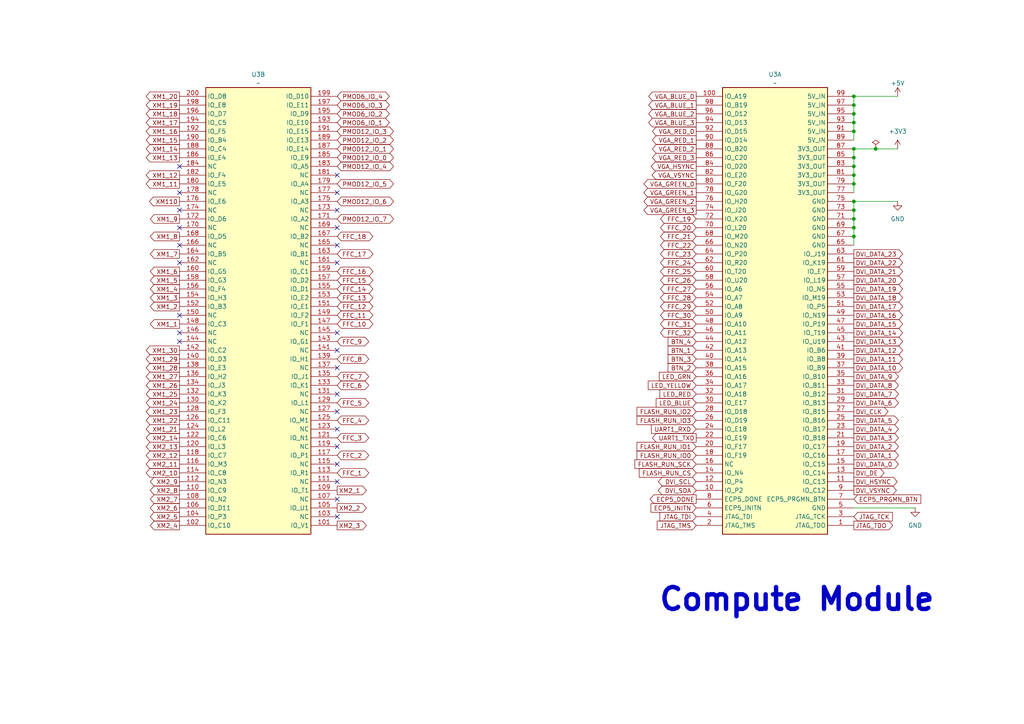
<source format=kicad_sch>
(kicad_sch (version 20231120) (generator "eeschema") (generator_version "8.0")
  (paper "A4")
  (lib_symbols
    (symbol "Goelzer_Compute_Module:Goelzer_Compute_Module_Rev_1"
      (property "Reference" "U" (at 0 68.326 0))
      (symbol "Goelzer_Compute_Module_Rev_1_1_1"
        (rectangle (start -16.51 66.04) (end 13.97 -63.5) (stroke (width 0.254)) (fill (type background)))
        (pin passive line (at 21.59 -60.96 180) (length 7.62) (name "JTAG_TDO") (number "1"))
        (pin passive line (at -24.13 -50.8 0) (length 7.62) (name "IO_P2") (number "10"))
        (pin passive line (at -24.13 63.5 0) (length 7.62) (name "IO_A19") (number "100"))
        (pin passive line (at 21.59 -48.26 180) (length 7.62) (name "IO_C13") (number "11"))
        (pin passive line (at -24.13 -48.26 0) (length 7.62) (name "IO_P4") (number "12"))
        (pin passive line (at 21.59 -45.72 180) (length 7.62) (name "IO_C14") (number "13"))
        (pin passive line (at -24.13 -45.72 0) (length 7.62) (name "IO_N4") (number "14"))
        (pin passive line (at 21.59 -43.18 180) (length 7.62) (name "IO_C15") (number "15"))
        (pin passive line (at -24.13 -43.18 0) (length 7.62) (name "NC") (number "16"))
        (pin passive line (at 21.59 -40.64 180) (length 7.62) (name "IO_C16") (number "17"))
        (pin passive line (at -24.13 -40.64 0) (length 7.62) (name "IO_F19") (number "18"))
        (pin passive line (at 21.59 -38.1 180) (length 7.62) (name "IO_C17") (number "19"))
        (pin passive line (at -24.13 -60.96 0) (length 7.62) (name "JTAG_TMS") (number "2"))
        (pin passive line (at -24.13 -38.1 0) (length 7.62) (name "IO_F17") (number "20"))
        (pin passive line (at 21.59 -35.56 180) (length 7.62) (name "IO_B18") (number "21"))
        (pin passive line (at -24.13 -35.56 0) (length 7.62) (name "IO_E19") (number "22"))
        (pin passive line (at 21.59 -33.02 180) (length 7.62) (name "IO_B17") (number "23"))
        (pin passive line (at -24.13 -33.02 0) (length 7.62) (name "IO_E18") (number "24"))
        (pin passive line (at 21.59 -30.48 180) (length 7.62) (name "IO_B16") (number "25"))
        (pin passive line (at -24.13 -30.48 0) (length 7.62) (name "IO_D19") (number "26"))
        (pin passive line (at 21.59 -27.94 180) (length 7.62) (name "IO_B15") (number "27"))
        (pin passive line (at -24.13 -27.94 0) (length 7.62) (name "IO_D18") (number "28"))
        (pin passive line (at 21.59 -25.4 180) (length 7.62) (name "IO_B13") (number "29"))
        (pin passive line (at 21.59 -58.42 180) (length 7.62) (name "JTAG_TCK") (number "3"))
        (pin passive line (at -24.13 -25.4 0) (length 7.62) (name "IO_E17") (number "30"))
        (pin passive line (at 21.59 -22.86 180) (length 7.62) (name "IO_B12") (number "31"))
        (pin passive line (at -24.13 -22.86 0) (length 7.62) (name "IO_A18") (number "32"))
        (pin passive line (at 21.59 -20.32 180) (length 7.62) (name "IO_B11") (number "33"))
        (pin passive line (at -24.13 -20.32 0) (length 7.62) (name "IO_A17") (number "34"))
        (pin passive line (at 21.59 -17.78 180) (length 7.62) (name "IO_B10") (number "35"))
        (pin passive line (at -24.13 -17.78 0) (length 7.62) (name "IO_A16") (number "36"))
        (pin passive line (at 21.59 -15.24 180) (length 7.62) (name "IO_B9") (number "37"))
        (pin passive line (at -24.13 -15.24 0) (length 7.62) (name "IO_A15") (number "38"))
        (pin passive line (at 21.59 -12.7 180) (length 7.62) (name "IO_B8") (number "39"))
        (pin passive line (at -24.13 -58.42 0) (length 7.62) (name "JTAG_TDI") (number "4"))
        (pin passive line (at -24.13 -12.7 0) (length 7.62) (name "IO_A14") (number "40"))
        (pin passive line (at 21.59 -10.16 180) (length 7.62) (name "IO_B6") (number "41"))
        (pin passive line (at -24.13 -10.16 0) (length 7.62) (name "IO_A13") (number "42"))
        (pin passive line (at 21.59 -7.62 180) (length 7.62) (name "IO_U19") (number "43"))
        (pin passive line (at -24.13 -7.62 0) (length 7.62) (name "IO_A12") (number "44"))
        (pin passive line (at 21.59 -5.08 180) (length 7.62) (name "IO_T19") (number "45"))
        (pin passive line (at -24.13 -5.08 0) (length 7.62) (name "IO_A11") (number "46"))
        (pin passive line (at 21.59 -2.54 180) (length 7.62) (name "IO_P19") (number "47"))
        (pin passive line (at -24.13 -2.54 0) (length 7.62) (name "IO_A10") (number "48"))
        (pin passive line (at 21.59 0 180) (length 7.62) (name "IO_N19") (number "49"))
        (pin passive line (at 21.59 -55.88 180) (length 7.62) (name "GND") (number "5"))
        (pin passive line (at -24.13 0 0) (length 7.62) (name "IO_A9") (number "50"))
        (pin passive line (at 21.59 2.54 180) (length 7.62) (name "IO_P5") (number "51"))
        (pin passive line (at -24.13 2.54 0) (length 7.62) (name "IO_A8") (number "52"))
        (pin passive line (at 21.59 5.08 180) (length 7.62) (name "IO_M19") (number "53"))
        (pin passive line (at -24.13 5.08 0) (length 7.62) (name "IO_A7") (number "54"))
        (pin passive line (at 21.59 7.62 180) (length 7.62) (name "IO_N5") (number "55"))
        (pin passive line (at -24.13 7.62 0) (length 7.62) (name "IO_A6") (number "56"))
        (pin passive line (at 21.59 10.16 180) (length 7.62) (name "IO_L19") (number "57"))
        (pin passive line (at -24.13 10.16 0) (length 7.62) (name "IO_U20") (number "58"))
        (pin passive line (at 21.59 12.7 180) (length 7.62) (name "IO_E7") (number "59"))
        (pin passive line (at -24.13 -55.88 0) (length 7.62) (name "ECP5_INITN") (number "6"))
        (pin passive line (at -24.13 12.7 0) (length 7.62) (name "IO_T20") (number "60"))
        (pin passive line (at 21.59 15.24 180) (length 7.62) (name "IO_K19") (number "61"))
        (pin passive line (at -24.13 15.24 0) (length 7.62) (name "IO_R20") (number "62"))
        (pin passive line (at 21.59 17.78 180) (length 7.62) (name "IO_J19") (number "63"))
        (pin passive line (at -24.13 17.78 0) (length 7.62) (name "IO_P20") (number "64"))
        (pin passive line (at 21.59 20.32 180) (length 7.62) (name "GND") (number "65"))
        (pin passive line (at -24.13 20.32 0) (length 7.62) (name "IO_N20") (number "66"))
        (pin passive line (at 21.59 22.86 180) (length 7.62) (name "GND") (number "67"))
        (pin passive line (at -24.13 22.86 0) (length 7.62) (name "IO_M20") (number "68"))
        (pin passive line (at 21.59 25.4 180) (length 7.62) (name "GND") (number "69"))
        (pin passive line (at 21.59 -53.34 180) (length 7.62) (name "ECP5_PRGMN_BTN") (number "7"))
        (pin passive line (at -24.13 25.4 0) (length 7.62) (name "IO_L20") (number "70"))
        (pin passive line (at 21.59 27.94 180) (length 7.62) (name "GND") (number "71"))
        (pin passive line (at -24.13 27.94 0) (length 7.62) (name "IO_K20") (number "72"))
        (pin passive line (at 21.59 30.48 180) (length 7.62) (name "GND") (number "73"))
        (pin passive line (at -24.13 30.48 0) (length 7.62) (name "IO_J20") (number "74"))
        (pin passive line (at 21.59 33.02 180) (length 7.62) (name "GND") (number "75"))
        (pin passive line (at -24.13 33.02 0) (length 7.62) (name "IO_H20") (number "76"))
        (pin passive line (at 21.59 35.56 180) (length 7.62) (name "3V3_OUT") (number "77"))
        (pin passive line (at -24.13 35.56 0) (length 7.62) (name "IO_G20") (number "78"))
        (pin passive line (at 21.59 38.1 180) (length 7.62) (name "3V3_OUT") (number "79"))
        (pin passive line (at -24.13 -53.34 0) (length 7.62) (name "ECP5_DONE") (number "8"))
        (pin passive line (at -24.13 38.1 0) (length 7.62) (name "IO_F20") (number "80"))
        (pin passive line (at 21.59 40.64 180) (length 7.62) (name "3V3_OUT") (number "81"))
        (pin passive line (at -24.13 40.64 0) (length 7.62) (name "IO_E20") (number "82"))
        (pin passive line (at 21.59 43.18 180) (length 7.62) (name "3V3_OUT") (number "83"))
        (pin passive line (at -24.13 43.18 0) (length 7.62) (name "IO_D20") (number "84"))
        (pin passive line (at 21.59 45.72 180) (length 7.62) (name "3V3_OUT") (number "85"))
        (pin passive line (at -24.13 45.72 0) (length 7.62) (name "IO_C20") (number "86"))
        (pin passive line (at 21.59 48.26 180) (length 7.62) (name "3V3_OUT") (number "87"))
        (pin passive line (at -24.13 48.26 0) (length 7.62) (name "IO_B20") (number "88"))
        (pin passive line (at 21.59 50.8 180) (length 7.62) (name "5V_IN") (number "89"))
        (pin passive line (at 21.59 -50.8 180) (length 7.62) (name "IO_C12") (number "9"))
        (pin passive line (at -24.13 50.8 0) (length 7.62) (name "IO_D14") (number "90"))
        (pin passive line (at 21.59 53.34 180) (length 7.62) (name "5V_IN") (number "91"))
        (pin passive line (at -24.13 53.34 0) (length 7.62) (name "IO_D15") (number "92"))
        (pin passive line (at 21.59 55.88 180) (length 7.62) (name "5V_IN") (number "93"))
        (pin passive line (at -24.13 55.88 0) (length 7.62) (name "IO_D13") (number "94"))
        (pin passive line (at 21.59 58.42 180) (length 7.62) (name "5V_IN") (number "95"))
        (pin passive line (at -24.13 58.42 0) (length 7.62) (name "IO_D12") (number "96"))
        (pin passive line (at 21.59 60.96 180) (length 7.62) (name "5V_IN") (number "97"))
        (pin passive line (at -24.13 60.96 0) (length 7.62) (name "IO_B19") (number "98"))
        (pin passive line (at 21.59 63.5 180) (length 7.62) (name "5V_IN") (number "99"))
      )
      (symbol "Goelzer_Compute_Module_Rev_1_2_1"
        (rectangle (start -15.24 66.04) (end 15.24 -63.5) (stroke (width 0.254)) (fill (type background)))
        (pin passive line (at 22.86 -60.96 180) (length 7.62) (name "IO_V1") (number "101"))
        (pin passive line (at -22.86 -60.96 0) (length 7.62) (name "IO_C10") (number "102"))
        (pin passive line (at 22.86 -58.42 180) (length 7.62) (name "NC") (number "103"))
        (pin passive line (at -22.86 -58.42 0) (length 7.62) (name "IO_P3") (number "104"))
        (pin passive line (at 22.86 -55.88 180) (length 7.62) (name "IO_U1") (number "105"))
        (pin passive line (at -22.86 -55.88 0) (length 7.62) (name "IO_D11") (number "106"))
        (pin passive line (at 22.86 -53.34 180) (length 7.62) (name "NC") (number "107"))
        (pin passive line (at -22.86 -53.34 0) (length 7.62) (name "IO_N2") (number "108"))
        (pin passive line (at 22.86 -50.8 180) (length 7.62) (name "IO_T1") (number "109"))
        (pin passive line (at -22.86 -50.8 0) (length 7.62) (name "IO_C9") (number "110"))
        (pin passive line (at 22.86 -48.26 180) (length 7.62) (name "NC") (number "111"))
        (pin passive line (at -22.86 -48.26 0) (length 7.62) (name "IO_N3") (number "112"))
        (pin passive line (at 22.86 -45.72 180) (length 7.62) (name "IO_R1") (number "113"))
        (pin passive line (at -22.86 -45.72 0) (length 7.62) (name "IO_C8") (number "114"))
        (pin passive line (at 22.86 -43.18 180) (length 7.62) (name "NC") (number "115"))
        (pin passive line (at -22.86 -43.18 0) (length 7.62) (name "IO_M3") (number "116"))
        (pin passive line (at 22.86 -40.64 180) (length 7.62) (name "IO_P1") (number "117"))
        (pin passive line (at -22.86 -40.64 0) (length 7.62) (name "IO_C7") (number "118"))
        (pin passive line (at 22.86 -38.1 180) (length 7.62) (name "NC") (number "119"))
        (pin passive line (at -22.86 -38.1 0) (length 7.62) (name "IO_L3") (number "120"))
        (pin passive line (at 22.86 -35.56 180) (length 7.62) (name "IO_N1") (number "121"))
        (pin passive line (at -22.86 -35.56 0) (length 7.62) (name "IO_C6") (number "122"))
        (pin passive line (at 22.86 -33.02 180) (length 7.62) (name "NC") (number "123"))
        (pin passive line (at -22.86 -33.02 0) (length 7.62) (name "IO_L2") (number "124"))
        (pin passive line (at 22.86 -30.48 180) (length 7.62) (name "IO_M1") (number "125"))
        (pin passive line (at -22.86 -30.48 0) (length 7.62) (name "IO_C11") (number "126"))
        (pin passive line (at 22.86 -27.94 180) (length 7.62) (name "NC") (number "127"))
        (pin passive line (at -22.86 -27.94 0) (length 7.62) (name "IO_F3") (number "128"))
        (pin passive line (at 22.86 -25.4 180) (length 7.62) (name "IO_L1") (number "129"))
        (pin passive line (at -22.86 -25.4 0) (length 7.62) (name "IO_K2") (number "130"))
        (pin passive line (at 22.86 -22.86 180) (length 7.62) (name "NC") (number "131"))
        (pin passive line (at -22.86 -22.86 0) (length 7.62) (name "IO_K3") (number "132"))
        (pin passive line (at 22.86 -20.32 180) (length 7.62) (name "IO_K1") (number "133"))
        (pin passive line (at -22.86 -20.32 0) (length 7.62) (name "IO_J3") (number "134"))
        (pin passive line (at 22.86 -17.78 180) (length 7.62) (name "IO_J1") (number "135"))
        (pin passive line (at -22.86 -17.78 0) (length 7.62) (name "IO_H2") (number "136"))
        (pin passive line (at 22.86 -15.24 180) (length 7.62) (name "NC") (number "137"))
        (pin passive line (at -22.86 -15.24 0) (length 7.62) (name "IO_E3") (number "138"))
        (pin passive line (at 22.86 -12.7 180) (length 7.62) (name "IO_H1") (number "139"))
        (pin passive line (at -22.86 -12.7 0) (length 7.62) (name "IO_D3") (number "140"))
        (pin passive line (at 22.86 -10.16 180) (length 7.62) (name "NC") (number "141"))
        (pin passive line (at -22.86 -10.16 0) (length 7.62) (name "IO_C2") (number "142"))
        (pin passive line (at 22.86 -7.62 180) (length 7.62) (name "IO_G1") (number "143"))
        (pin passive line (at -22.86 -7.62 0) (length 7.62) (name "NC") (number "144"))
        (pin passive line (at 22.86 -5.08 180) (length 7.62) (name "NC") (number "145"))
        (pin passive line (at -22.86 -5.08 0) (length 7.62) (name "NC") (number "146"))
        (pin passive line (at 22.86 -2.54 180) (length 7.62) (name "IO_F1") (number "147"))
        (pin passive line (at -22.86 -2.54 0) (length 7.62) (name "IO_C3") (number "148"))
        (pin passive line (at 22.86 0 180) (length 7.62) (name "IO_F2") (number "149"))
        (pin passive line (at -22.86 0 0) (length 7.62) (name "NC") (number "150"))
        (pin passive line (at 22.86 2.54 180) (length 7.62) (name "IO_E1") (number "151"))
        (pin passive line (at -22.86 2.54 0) (length 7.62) (name "IO_B3") (number "152"))
        (pin passive line (at 22.86 5.08 180) (length 7.62) (name "IO_E2") (number "153"))
        (pin passive line (at -22.86 5.08 0) (length 7.62) (name "IO_H3") (number "154"))
        (pin passive line (at 22.86 7.62 180) (length 7.62) (name "IO_D1") (number "155"))
        (pin passive line (at -22.86 7.62 0) (length 7.62) (name "IO_F4") (number "156"))
        (pin passive line (at 22.86 10.16 180) (length 7.62) (name "IO_D2") (number "157"))
        (pin passive line (at -22.86 10.16 0) (length 7.62) (name "IO_G3") (number "158"))
        (pin passive line (at 22.86 12.7 180) (length 7.62) (name "IO_C1") (number "159"))
        (pin passive line (at -22.86 12.7 0) (length 7.62) (name "IO_G5") (number "160"))
        (pin passive line (at 22.86 15.24 180) (length 7.62) (name "NC") (number "161"))
        (pin passive line (at -22.86 15.24 0) (length 7.62) (name "NC") (number "162"))
        (pin passive line (at 22.86 17.78 180) (length 7.62) (name "IO_B1") (number "163"))
        (pin passive line (at -22.86 17.78 0) (length 7.62) (name "IO_B5") (number "164"))
        (pin passive line (at 22.86 20.32 180) (length 7.62) (name "NC") (number "165"))
        (pin passive line (at -22.86 20.32 0) (length 7.62) (name "NC") (number "166"))
        (pin passive line (at 22.86 22.86 180) (length 7.62) (name "IO_B2") (number "167"))
        (pin passive line (at -22.86 22.86 0) (length 7.62) (name "IO_D5") (number "168"))
        (pin passive line (at 22.86 25.4 180) (length 7.62) (name "NC") (number "169"))
        (pin passive line (at -22.86 25.4 0) (length 7.62) (name "NC") (number "170"))
        (pin passive line (at 22.86 27.94 180) (length 7.62) (name "IO_A2") (number "171"))
        (pin passive line (at -22.86 27.94 0) (length 7.62) (name "IO_D6") (number "172"))
        (pin passive line (at 22.86 30.48 180) (length 7.62) (name "NC") (number "173"))
        (pin passive line (at -22.86 30.48 0) (length 7.62) (name "NC") (number "174"))
        (pin passive line (at 22.86 33.02 180) (length 7.62) (name "IO_A3") (number "175"))
        (pin passive line (at -22.86 33.02 0) (length 7.62) (name "IO_E6") (number "176"))
        (pin passive line (at 22.86 35.56 180) (length 7.62) (name "NC") (number "177"))
        (pin passive line (at -22.86 35.56 0) (length 7.62) (name "NC") (number "178"))
        (pin passive line (at 22.86 38.1 180) (length 7.62) (name "IO_A4") (number "179"))
        (pin passive line (at -22.86 38.1 0) (length 7.62) (name "IO_E5") (number "180"))
        (pin passive line (at 22.86 40.64 180) (length 7.62) (name "NC") (number "181"))
        (pin passive line (at -22.86 40.64 0) (length 7.62) (name "IO_F4") (number "182"))
        (pin passive line (at 22.86 43.18 180) (length 7.62) (name "IO_A5") (number "183"))
        (pin passive line (at -22.86 43.18 0) (length 7.62) (name "NC") (number "184"))
        (pin passive line (at 22.86 45.72 180) (length 7.62) (name "IO_E9") (number "185"))
        (pin passive line (at -22.86 45.72 0) (length 7.62) (name "IO_E4") (number "186"))
        (pin passive line (at 22.86 48.26 180) (length 7.62) (name "IO_E14") (number "187"))
        (pin passive line (at -22.86 48.26 0) (length 7.62) (name "IO_C4") (number "188"))
        (pin passive line (at 22.86 50.8 180) (length 7.62) (name "IO_E13") (number "189"))
        (pin passive line (at -22.86 50.8 0) (length 7.62) (name "IO_B4") (number "190"))
        (pin passive line (at 22.86 53.34 180) (length 7.62) (name "IO_E15") (number "191"))
        (pin passive line (at -22.86 53.34 0) (length 7.62) (name "IO_F5") (number "192"))
        (pin passive line (at 22.86 55.88 180) (length 7.62) (name "IO_E10") (number "193"))
        (pin passive line (at -22.86 55.88 0) (length 7.62) (name "IO_C5") (number "194"))
        (pin passive line (at 22.86 58.42 180) (length 7.62) (name "IO_D9") (number "195"))
        (pin passive line (at -22.86 58.42 0) (length 7.62) (name "IO_D7") (number "196"))
        (pin passive line (at 22.86 60.96 180) (length 7.62) (name "IO_E11") (number "197"))
        (pin passive line (at -22.86 60.96 0) (length 7.62) (name "IO_E8") (number "198"))
        (pin passive line (at 22.86 63.5 180) (length 7.62) (name "IO_D10") (number "199"))
        (pin passive line (at -22.86 63.5 0) (length 7.62) (name "IO_D8") (number "200"))
      )
    )
    (symbol "power:+3V3" (power) (pin_numbers hide) (pin_names (offset 0) hide)
      (property "Value" "+3V3" (at 0 3.556 0))
      (symbol "+3V3_0_1"
        (polyline (pts (xy -0.762 1.27) (xy 0 2.54)))
        (polyline (pts (xy 0 0) (xy 0 2.54)))
        (polyline (pts (xy 0 2.54) (xy 0.762 1.27)))
      )
      (symbol "+3V3_1_1"
        (pin power_in line (at 0 0 90) (length 0) (name "~") (number "1"))
      )
    )
    (symbol "power:+5V" (power) (pin_numbers hide) (pin_names (offset 0) hide)
      (property "Value" "+5V" (at 0 3.556 0))
      (symbol "+5V_0_1"
        (polyline (pts (xy -0.762 1.27) (xy 0 2.54)))
        (polyline (pts (xy 0 0) (xy 0 2.54)))
        (polyline (pts (xy 0 2.54) (xy 0.762 1.27)))
      )
      (symbol "+5V_1_1"
        (pin power_in line (at 0 0 90) (length 0) (name "~") (number "1"))
      )
    )
    (symbol "power:GND" (power) (pin_numbers hide) (pin_names (offset 0) hide)
      (property "Value" "GND" (at 0 -3.81 0))
      (symbol "GND_0_1"
        (polyline (pts (xy 0 0) (xy 0 -1.27) (xy 1.27 -1.27) (xy 0 -2.54) (xy -1.27 -1.27) (xy 0 -1.27)))
      )
      (symbol "GND_1_1"
        (pin power_in line (at 0 0 270) (length 0) (name "~") (number "1"))
      )
    )
    (symbol "power:PWR_FLAG" (power) (pin_numbers hide) (pin_names (offset 0) hide)
      (property "Value" "PWR_FLAG" (at 0 3.81 0))
      (symbol "PWR_FLAG_0_0"
        (pin power_out line (at 0 0 90) (length 0) (name "~") (number "1"))
      )
      (symbol "PWR_FLAG_0_1"
        (polyline (pts (xy 0 0) (xy 0 1.27) (xy -1.016 1.905) (xy 0 2.54) (xy 1.016 1.905) (xy 0 1.27)))
      )
    )
  )
  (junction (at 247.65 68.58))
  (junction (at 247.65 27.94))
  (junction (at 247.65 45.72))
  (junction (at 247.65 58.42))
  (junction (at 254 43.18))
  (junction (at 247.65 66.04))
  (junction (at 247.65 35.56))
  (junction (at 247.65 48.26))
  (junction (at 247.65 38.1))
  (junction (at 247.65 53.34))
  (junction (at 247.65 30.48))
  (junction (at 247.65 50.8))
  (junction (at 247.65 43.18))
  (junction (at 247.65 63.5))
  (junction (at 247.65 33.02))
  (junction (at 247.65 60.96))
  (no_connect (at 97.79 101.6))
  (no_connect (at 52.07 96.52))
  (no_connect (at 52.07 99.06))
  (no_connect (at 97.79 66.04))
  (no_connect (at 52.07 48.26))
  (no_connect (at 52.07 76.2))
  (no_connect (at 97.79 139.7))
  (no_connect (at 97.79 114.3))
  (no_connect (at 52.07 91.44))
  (no_connect (at 97.79 124.46))
  (no_connect (at 52.07 60.96))
  (no_connect (at 97.79 144.78))
  (no_connect (at 97.79 119.38))
  (no_connect (at 52.07 66.04))
  (no_connect (at 52.07 71.12))
  (no_connect (at 97.79 60.96))
  (no_connect (at 97.79 149.86))
  (no_connect (at 97.79 96.52))
  (no_connect (at 97.79 106.68))
  (no_connect (at 97.79 71.12))
  (no_connect (at 52.07 55.88))
  (no_connect (at 97.79 129.54))
  (no_connect (at 97.79 134.62))
  (no_connect (at 97.79 50.8))
  (no_connect (at 97.79 76.2))
  (no_connect (at 97.79 55.88))
  (wire (pts (xy 247.65 43.18) (xy 254 43.18)))
  (wire (pts (xy 247.65 35.56) (xy 247.65 38.1)))
  (wire (pts (xy 247.65 38.1) (xy 247.65 40.64)))
  (wire (pts (xy 247.65 60.96) (xy 247.65 63.5)))
  (wire (pts (xy 247.65 43.18) (xy 247.65 45.72)))
  (wire (pts (xy 247.65 53.34) (xy 247.65 55.88)))
  (wire (pts (xy 260.35 43.18) (xy 254 43.18)))
  (wire (pts (xy 247.65 58.42) (xy 247.65 60.96)))
  (wire (pts (xy 247.65 45.72) (xy 247.65 48.26)))
  (wire (pts (xy 247.65 50.8) (xy 247.65 53.34)))
  (wire (pts (xy 247.65 30.48) (xy 247.65 33.02)))
  (wire (pts (xy 247.65 33.02) (xy 247.65 35.56)))
  (wire (pts (xy 247.65 68.58) (xy 247.65 71.12)))
  (wire (pts (xy 247.65 27.94) (xy 247.65 30.48)))
  (wire (pts (xy 247.65 66.04) (xy 247.65 68.58)))
  (wire (pts (xy 247.65 63.5) (xy 247.65 66.04)))
  (wire (pts (xy 247.65 48.26) (xy 247.65 50.8)))
  (wire (pts (xy 260.35 27.94) (xy 247.65 27.94)))
  (wire (pts (xy 265.43 147.32) (xy 247.65 147.32)))
  (wire (pts (xy 247.65 58.42) (xy 260.35 58.42)))
  (text "Compute Module" (at 231.14 173.99 0) (effects (font (size 6.35 6.35) (bold yes))))
  (global_label "XM2_11" (shape output) (at 52.07 134.62 180) (property "Intersheetrefs" "${INTERSHEET_REFS}" (effects (hide yes))))
  (global_label "DVI_DATA_0" (shape output) (at 247.65 134.62 0) (property "Intersheetrefs" "${INTERSHEET_REFS}" (effects (hide yes))))
  (global_label "DVI_DATA_18" (shape output) (at 247.65 86.36 0) (property "Intersheetrefs" "${INTERSHEET_REFS}" (effects (hide yes))))
  (global_label "XM1_1" (shape output) (at 52.07 93.98 180) (property "Intersheetrefs" "${INTERSHEET_REFS}" (effects (hide yes))))
  (global_label "XM2_7" (shape output) (at 52.07 144.78 180) (property "Intersheetrefs" "${INTERSHEET_REFS}" (effects (hide yes))))
  (global_label "FFC_14" (shape bidirectional) (at 97.79 83.82 0) (property "Intersheetrefs" "${INTERSHEET_REFS}" (effects (hide yes))))
  (global_label "VGA_GREEN_0" (shape output) (at 201.93 53.34 180) (property "Intersheetrefs" "${INTERSHEET_REFS}" (effects (hide yes))))
  (global_label "FFC_24" (shape bidirectional) (at 201.93 76.2 180) (property "Intersheetrefs" "${INTERSHEET_REFS}" (effects (hide yes))))
  (global_label "JTAG_TDI" (shape input) (at 201.93 149.86 180) (property "Intersheetrefs" "${INTERSHEET_REFS}" (effects (hide yes))))
  (global_label "PMOD12_IO_1" (shape bidirectional) (at 97.79 43.18 0) (property "Intersheetrefs" "${INTERSHEET_REFS}" (effects (hide yes))))
  (global_label "XM2_12" (shape output) (at 52.07 132.08 180) (property "Intersheetrefs" "${INTERSHEET_REFS}" (effects (hide yes))))
  (global_label "FFC_12" (shape bidirectional) (at 97.79 88.9 0) (property "Intersheetrefs" "${INTERSHEET_REFS}" (effects (hide yes))))
  (global_label "ECP5_INITN" (shape input) (at 201.93 147.32 180) (property "Intersheetrefs" "${INTERSHEET_REFS}" (effects (hide yes))))
  (global_label "XM1_7" (shape output) (at 52.07 73.66 180) (property "Intersheetrefs" "${INTERSHEET_REFS}" (effects (hide yes))))
  (global_label "DVI_DATA_15" (shape output) (at 247.65 93.98 0) (property "Intersheetrefs" "${INTERSHEET_REFS}" (effects (hide yes))))
  (global_label "DVI_DATA_13" (shape output) (at 247.65 99.06 0) (property "Intersheetrefs" "${INTERSHEET_REFS}" (effects (hide yes))))
  (global_label "LED_GRN" (shape input) (at 201.93 109.22 180) (property "Intersheetrefs" "${INTERSHEET_REFS}" (effects (hide yes))))
  (global_label "XM1_29" (shape output) (at 52.07 104.14 180) (property "Intersheetrefs" "${INTERSHEET_REFS}" (effects (hide yes))))
  (global_label "XM1_21" (shape output) (at 52.07 124.46 180) (property "Intersheetrefs" "${INTERSHEET_REFS}" (effects (hide yes))))
  (global_label "DVI_DATA_3" (shape output) (at 247.65 127 0) (property "Intersheetrefs" "${INTERSHEET_REFS}" (effects (hide yes))))
  (global_label "PMOD12_IO_3" (shape bidirectional) (at 97.79 38.1 0) (property "Intersheetrefs" "${INTERSHEET_REFS}" (effects (hide yes))))
  (global_label "VGA_RED_0" (shape output) (at 201.93 38.1 180) (property "Intersheetrefs" "${INTERSHEET_REFS}" (effects (hide yes))))
  (global_label "FLASH_RUN_IO3" (shape input) (at 201.93 121.92 180) (property "Intersheetrefs" "${INTERSHEET_REFS}" (effects (hide yes))))
  (global_label "FLASH_RUN_SCK" (shape input) (at 201.93 134.62 180) (property "Intersheetrefs" "${INTERSHEET_REFS}" (effects (hide yes))))
  (global_label "JTAG_TMS" (shape input) (at 201.93 152.4 180) (property "Intersheetrefs" "${INTERSHEET_REFS}" (effects (hide yes))))
  (global_label "VGA_RED_3" (shape output) (at 201.93 45.72 180) (property "Intersheetrefs" "${INTERSHEET_REFS}" (effects (hide yes))))
  (global_label "PMOD12_IO_5" (shape bidirectional) (at 97.79 53.34 0) (property "Intersheetrefs" "${INTERSHEET_REFS}" (effects (hide yes))))
  (global_label "FFC_5" (shape bidirectional) (at 97.79 116.84 0) (property "Intersheetrefs" "${INTERSHEET_REFS}" (effects (hide yes))))
  (global_label "DVI_DATA_2" (shape output) (at 247.65 129.54 0) (property "Intersheetrefs" "${INTERSHEET_REFS}" (effects (hide yes))))
  (global_label "DVI_DATA_19" (shape output) (at 247.65 83.82 0) (property "Intersheetrefs" "${INTERSHEET_REFS}" (effects (hide yes))))
  (global_label "DVI_DATA_5" (shape output) (at 247.65 121.92 0) (property "Intersheetrefs" "${INTERSHEET_REFS}" (effects (hide yes))))
  (global_label "FLASH_RUN_IO1" (shape input) (at 201.93 129.54 180) (property "Intersheetrefs" "${INTERSHEET_REFS}" (effects (hide yes))))
  (global_label "DVI_SCL" (shape bidirectional) (at 201.93 139.7 180) (property "Intersheetrefs" "${INTERSHEET_REFS}" (effects (hide yes))))
  (global_label "FFC_23" (shape bidirectional) (at 201.93 73.66 180) (property "Intersheetrefs" "${INTERSHEET_REFS}" (effects (hide yes))))
  (global_label "ECP5_PRGMN_BTN" (shape input) (at 247.65 144.78 0) (property "Intersheetrefs" "${INTERSHEET_REFS}" (effects (hide yes))))
  (global_label "VGA_GREEN_1" (shape output) (at 201.93 55.88 180) (property "Intersheetrefs" "${INTERSHEET_REFS}" (effects (hide yes))))
  (global_label "BTN_2" (shape input) (at 201.93 106.68 180) (property "Intersheetrefs" "${INTERSHEET_REFS}" (effects (hide yes))))
  (global_label "XM1_15" (shape output) (at 52.07 40.64 180) (property "Intersheetrefs" "${INTERSHEET_REFS}" (effects (hide yes))))
  (global_label "XM2_3" (shape output) (at 97.79 152.4 0) (property "Intersheetrefs" "${INTERSHEET_REFS}" (effects (hide yes))))
  (global_label "JTAG_TDO" (shape output) (at 247.65 152.4 0) (property "Intersheetrefs" "${INTERSHEET_REFS}" (effects (hide yes))))
  (global_label "FFC_10" (shape bidirectional) (at 97.79 93.98 0) (property "Intersheetrefs" "${INTERSHEET_REFS}" (effects (hide yes))))
  (global_label "UART1_TXD" (shape output) (at 201.93 127 180) (property "Intersheetrefs" "${INTERSHEET_REFS}" (effects (hide yes))))
  (global_label "DVI_DATA_16" (shape output) (at 247.65 91.44 0) (property "Intersheetrefs" "${INTERSHEET_REFS}" (effects (hide yes))))
  (global_label "DVI_DATA_6" (shape output) (at 247.65 116.84 0) (property "Intersheetrefs" "${INTERSHEET_REFS}" (effects (hide yes))))
  (global_label "XM1_12" (shape output) (at 52.07 50.8 180) (property "Intersheetrefs" "${INTERSHEET_REFS}" (effects (hide yes))))
  (global_label "FFC_6" (shape bidirectional) (at 97.79 111.76 0) (property "Intersheetrefs" "${INTERSHEET_REFS}" (effects (hide yes))))
  (global_label "FFC_13" (shape bidirectional) (at 97.79 86.36 0) (property "Intersheetrefs" "${INTERSHEET_REFS}" (effects (hide yes))))
  (global_label "DVI_DE" (shape output) (at 247.65 137.16 0) (property "Intersheetrefs" "${INTERSHEET_REFS}" (effects (hide yes))))
  (global_label "FFC_22" (shape bidirectional) (at 201.93 71.12 180) (property "Intersheetrefs" "${INTERSHEET_REFS}" (effects (hide yes))))
  (global_label "XM1_4" (shape output) (at 52.07 83.82 180) (property "Intersheetrefs" "${INTERSHEET_REFS}" (effects (hide yes))))
  (global_label "FFC_2" (shape bidirectional) (at 97.79 132.08 0) (property "Intersheetrefs" "${INTERSHEET_REFS}" (effects (hide yes))))
  (global_label "FFC_20" (shape bidirectional) (at 201.93 66.04 180) (property "Intersheetrefs" "${INTERSHEET_REFS}" (effects (hide yes))))
  (global_label "FFC_30" (shape bidirectional) (at 201.93 91.44 180) (property "Intersheetrefs" "${INTERSHEET_REFS}" (effects (hide yes))))
  (global_label "FFC_21" (shape bidirectional) (at 201.93 68.58 180) (property "Intersheetrefs" "${INTERSHEET_REFS}" (effects (hide yes))))
  (global_label "FFC_31" (shape bidirectional) (at 201.93 93.98 180) (property "Intersheetrefs" "${INTERSHEET_REFS}" (effects (hide yes))))
  (global_label "FFC_17" (shape bidirectional) (at 97.79 73.66 0) (property "Intersheetrefs" "${INTERSHEET_REFS}" (effects (hide yes))))
  (global_label "FLASH_RUN_CS" (shape input) (at 201.93 137.16 180) (property "Intersheetrefs" "${INTERSHEET_REFS}" (effects (hide yes))))
  (global_label "FLASH_RUN_IO0" (shape input) (at 201.93 132.08 180) (property "Intersheetrefs" "${INTERSHEET_REFS}" (effects (hide yes))))
  (global_label "XM1_8" (shape output) (at 52.07 68.58 180) (property "Intersheetrefs" "${INTERSHEET_REFS}" (effects (hide yes))))
  (global_label "XM1_5" (shape output) (at 52.07 81.28 180) (property "Intersheetrefs" "${INTERSHEET_REFS}" (effects (hide yes))))
  (global_label "PMOD12_IO_4" (shape bidirectional) (at 97.79 48.26 0) (property "Intersheetrefs" "${INTERSHEET_REFS}" (effects (hide yes))))
  (global_label "FFC_18" (shape bidirectional) (at 97.79 68.58 0) (property "Intersheetrefs" "${INTERSHEET_REFS}" (effects (hide yes))))
  (global_label "DVI_DATA_7" (shape output) (at 247.65 114.3 0) (property "Intersheetrefs" "${INTERSHEET_REFS}" (effects (hide yes))))
  (global_label "VGA_GREEN_2" (shape output) (at 201.93 58.42 180) (property "Intersheetrefs" "${INTERSHEET_REFS}" (effects (hide yes))))
  (global_label "UART1_RXD" (shape input) (at 201.93 124.46 180) (property "Intersheetrefs" "${INTERSHEET_REFS}" (effects (hide yes))))
  (global_label "BTN_1" (shape input) (at 201.93 101.6 180) (property "Intersheetrefs" "${INTERSHEET_REFS}" (effects (hide yes))))
  (global_label "FFC_7" (shape bidirectional) (at 97.79 109.22 0) (property "Intersheetrefs" "${INTERSHEET_REFS}" (effects (hide yes))))
  (global_label "PMOD12_IO_2" (shape bidirectional) (at 97.79 40.64 0) (property "Intersheetrefs" "${INTERSHEET_REFS}" (effects (hide yes))))
  (global_label "XM2_2" (shape output) (at 97.79 147.32 0) (property "Intersheetrefs" "${INTERSHEET_REFS}" (effects (hide yes))))
  (global_label "FFC_4" (shape bidirectional) (at 97.79 121.92 0) (property "Intersheetrefs" "${INTERSHEET_REFS}" (effects (hide yes))))
  (global_label "VGA_BLUE_0" (shape output) (at 201.93 27.94 180) (property "Intersheetrefs" "${INTERSHEET_REFS}" (effects (hide yes))))
  (global_label "PMOD6_IO_4" (shape bidirectional) (at 97.79 27.94 0) (property "Intersheetrefs" "${INTERSHEET_REFS}" (effects (hide yes))))
  (global_label "LED_RED" (shape input) (at 201.93 114.3 180) (property "Intersheetrefs" "${INTERSHEET_REFS}" (effects (hide yes))))
  (global_label "JTAG_TCK" (shape input) (at 247.65 149.86 0) (property "Intersheetrefs" "${INTERSHEET_REFS}" (effects (hide yes))))
  (global_label "XM2_8" (shape output) (at 52.07 142.24 180) (property "Intersheetrefs" "${INTERSHEET_REFS}" (effects (hide yes))))
  (global_label "DVI_DATA_1" (shape output) (at 247.65 132.08 0) (property "Intersheetrefs" "${INTERSHEET_REFS}" (effects (hide yes))))
  (global_label "DVI_DATA_10" (shape output) (at 247.65 106.68 0) (property "Intersheetrefs" "${INTERSHEET_REFS}" (effects (hide yes))))
  (global_label "VGA_GREEN_3" (shape output) (at 201.93 60.96 180) (property "Intersheetrefs" "${INTERSHEET_REFS}" (effects (hide yes))))
  (global_label "ECP5_DONE" (shape output) (at 201.93 144.78 180) (property "Intersheetrefs" "${INTERSHEET_REFS}" (effects (hide yes))))
  (global_label "XM1_27" (shape output) (at 52.07 109.22 180) (property "Intersheetrefs" "${INTERSHEET_REFS}" (effects (hide yes))))
  (global_label "PMOD12_IO_0" (shape bidirectional) (at 97.79 45.72 0) (property "Intersheetrefs" "${INTERSHEET_REFS}" (effects (hide yes))))
  (global_label "VGA_BLUE_3" (shape output) (at 201.93 35.56 180) (property "Intersheetrefs" "${INTERSHEET_REFS}" (effects (hide yes))))
  (global_label "VGA_BLUE_1" (shape output) (at 201.93 30.48 180) (property "Intersheetrefs" "${INTERSHEET_REFS}" (effects (hide yes))))
  (global_label "FFC_28" (shape bidirectional) (at 201.93 86.36 180) (property "Intersheetrefs" "${INTERSHEET_REFS}" (effects (hide yes))))
  (global_label "XM2_4" (shape output) (at 52.07 152.4 180) (property "Intersheetrefs" "${INTERSHEET_REFS}" (effects (hide yes))))
  (global_label "FFC_26" (shape bidirectional) (at 201.93 81.28 180) (property "Intersheetrefs" "${INTERSHEET_REFS}" (effects (hide yes))))
  (global_label "FFC_11" (shape bidirectional) (at 97.79 91.44 0) (property "Intersheetrefs" "${INTERSHEET_REFS}" (effects (hide yes))))
  (global_label "XM1_19" (shape output) (at 52.07 30.48 180) (property "Intersheetrefs" "${INTERSHEET_REFS}" (effects (hide yes))))
  (global_label "DVI_DATA_23" (shape output) (at 247.65 73.66 0) (property "Intersheetrefs" "${INTERSHEET_REFS}" (effects (hide yes))))
  (global_label "FFC_3" (shape bidirectional) (at 97.79 127 0) (property "Intersheetrefs" "${INTERSHEET_REFS}" (effects (hide yes))))
  (global_label "PMOD6_IO_2" (shape bidirectional) (at 97.79 33.02 0) (property "Intersheetrefs" "${INTERSHEET_REFS}" (effects (hide yes))))
  (global_label "XM1_6" (shape output) (at 52.07 78.74 180) (property "Intersheetrefs" "${INTERSHEET_REFS}" (effects (hide yes))))
  (global_label "FFC_15" (shape bidirectional) (at 97.79 81.28 0) (property "Intersheetrefs" "${INTERSHEET_REFS}" (effects (hide yes))))
  (global_label "VGA_RED_1" (shape output) (at 201.93 40.64 180) (property "Intersheetrefs" "${INTERSHEET_REFS}" (effects (hide yes))))
  (global_label "XM1_16" (shape output) (at 52.07 38.1 180) (property "Intersheetrefs" "${INTERSHEET_REFS}" (effects (hide yes))))
  (global_label "FFC_27" (shape bidirectional) (at 201.93 83.82 180) (property "Intersheetrefs" "${INTERSHEET_REFS}" (effects (hide yes))))
  (global_label "XM110" (shape output) (at 52.07 58.42 180) (property "Intersheetrefs" "${INTERSHEET_REFS}" (effects (hide yes))))
  (global_label "XM1_11" (shape output) (at 52.07 53.34 180) (property "Intersheetrefs" "${INTERSHEET_REFS}" (effects (hide yes))))
  (global_label "LED_YELLOW" (shape input) (at 201.93 111.76 180) (property "Intersheetrefs" "${INTERSHEET_REFS}" (effects (hide yes))))
  (global_label "XM1_25" (shape output) (at 52.07 114.3 180) (property "Intersheetrefs" "${INTERSHEET_REFS}" (effects (hide yes))))
  (global_label "VGA_VSYNC" (shape output) (at 201.93 50.8 180) (property "Intersheetrefs" "${INTERSHEET_REFS}" (effects (hide yes))))
  (global_label "BTN_4" (shape input) (at 201.93 99.06 180) (property "Intersheetrefs" "${INTERSHEET_REFS}" (effects (hide yes))))
  (global_label "XM1_18" (shape output) (at 52.07 33.02 180) (property "Intersheetrefs" "${INTERSHEET_REFS}" (effects (hide yes))))
  (global_label "LED_BLUE" (shape input) (at 201.93 116.84 180) (property "Intersheetrefs" "${INTERSHEET_REFS}" (effects (hide yes))))
  (global_label "XM2_14" (shape output) (at 52.07 127 180) (property "Intersheetrefs" "${INTERSHEET_REFS}" (effects (hide yes))))
  (global_label "XM1_24" (shape output) (at 52.07 116.84 180) (property "Intersheetrefs" "${INTERSHEET_REFS}" (effects (hide yes))))
  (global_label "XM2_5" (shape output) (at 52.07 149.86 180) (property "Intersheetrefs" "${INTERSHEET_REFS}" (effects (hide yes))))
  (global_label "DVI_VSYNC" (shape output) (at 247.65 142.24 0) (property "Intersheetrefs" "${INTERSHEET_REFS}" (effects (hide yes))))
  (global_label "DVI_DATA_21" (shape output) (at 247.65 78.74 0) (property "Intersheetrefs" "${INTERSHEET_REFS}" (effects (hide yes))))
  (global_label "PMOD12_IO_6" (shape bidirectional) (at 97.79 58.42 0) (property "Intersheetrefs" "${INTERSHEET_REFS}" (effects (hide yes))))
  (global_label "XM1_22" (shape output) (at 52.07 121.92 180) (property "Intersheetrefs" "${INTERSHEET_REFS}" (effects (hide yes))))
  (global_label "VGA_HSYNC" (shape output) (at 201.93 48.26 180) (property "Intersheetrefs" "${INTERSHEET_REFS}" (effects (hide yes))))
  (global_label "PMOD6_IO_1" (shape bidirectional) (at 97.79 35.56 0) (property "Intersheetrefs" "${INTERSHEET_REFS}" (effects (hide yes))))
  (global_label "VGA_RED_2" (shape output) (at 201.93 43.18 180) (property "Intersheetrefs" "${INTERSHEET_REFS}" (effects (hide yes))))
  (global_label "XM1_23" (shape output) (at 52.07 119.38 180) (property "Intersheetrefs" "${INTERSHEET_REFS}" (effects (hide yes))))
  (global_label "XM1_9" (shape output) (at 52.07 63.5 180) (property "Intersheetrefs" "${INTERSHEET_REFS}" (effects (hide yes))))
  (global_label "DVI_DATA_17" (shape output) (at 247.65 88.9 0) (property "Intersheetrefs" "${INTERSHEET_REFS}" (effects (hide yes))))
  (global_label "DVI_SDA" (shape bidirectional) (at 201.93 142.24 180) (property "Intersheetrefs" "${INTERSHEET_REFS}" (effects (hide yes))))
  (global_label "XM1_2" (shape output) (at 52.07 88.9 180) (property "Intersheetrefs" "${INTERSHEET_REFS}" (effects (hide yes))))
  (global_label "PMOD12_IO_7" (shape bidirectional) (at 97.79 63.5 0) (property "Intersheetrefs" "${INTERSHEET_REFS}" (effects (hide yes))))
  (global_label "DVI_CLK" (shape output) (at 247.65 119.38 0) (property "Intersheetrefs" "${INTERSHEET_REFS}" (effects (hide yes))))
  (global_label "FFC_16" (shape bidirectional) (at 97.79 78.74 0) (property "Intersheetrefs" "${INTERSHEET_REFS}" (effects (hide yes))))
  (global_label "XM2_9" (shape output) (at 52.07 139.7 180) (property "Intersheetrefs" "${INTERSHEET_REFS}" (effects (hide yes))))
  (global_label "XM2_1" (shape output) (at 97.79 142.24 0) (property "Intersheetrefs" "${INTERSHEET_REFS}" (effects (hide yes))))
  (global_label "FFC_9" (shape bidirectional) (at 97.79 99.06 0) (property "Intersheetrefs" "${INTERSHEET_REFS}" (effects (hide yes))))
  (global_label "PMOD6_IO_3" (shape bidirectional) (at 97.79 30.48 0) (property "Intersheetrefs" "${INTERSHEET_REFS}" (effects (hide yes))))
  (global_label "XM2_13" (shape output) (at 52.07 129.54 180) (property "Intersheetrefs" "${INTERSHEET_REFS}" (effects (hide yes))))
  (global_label "BTN_3" (shape input) (at 201.93 104.14 180) (property "Intersheetrefs" "${INTERSHEET_REFS}" (effects (hide yes))))
  (global_label "XM1_30" (shape output) (at 52.07 101.6 180) (property "Intersheetrefs" "${INTERSHEET_REFS}" (effects (hide yes))))
  (global_label "DVI_DATA_12" (shape output) (at 247.65 101.6 0) (property "Intersheetrefs" "${INTERSHEET_REFS}" (effects (hide yes))))
  (global_label "FFC_29" (shape bidirectional) (at 201.93 88.9 180) (property "Intersheetrefs" "${INTERSHEET_REFS}" (effects (hide yes))))
  (global_label "XM1_28" (shape output) (at 52.07 106.68 180) (property "Intersheetrefs" "${INTERSHEET_REFS}" (effects (hide yes))))
  (global_label "XM1_20" (shape output) (at 52.07 27.94 180) (property "Intersheetrefs" "${INTERSHEET_REFS}" (effects (hide yes))))
  (global_label "DVI_DATA_8" (shape output) (at 247.65 111.76 0) (property "Intersheetrefs" "${INTERSHEET_REFS}" (effects (hide yes))))
  (global_label "XM1_17" (shape output) (at 52.07 35.56 180) (property "Intersheetrefs" "${INTERSHEET_REFS}" (effects (hide yes))))
  (global_label "XM1_14" (shape output) (at 52.07 43.18 180) (property "Intersheetrefs" "${INTERSHEET_REFS}" (effects (hide yes))))
  (global_label "DVI_DATA_20" (shape output) (at 247.65 81.28 0) (property "Intersheetrefs" "${INTERSHEET_REFS}" (effects (hide yes))))
  (global_label "XM2_6" (shape output) (at 52.07 147.32 180) (property "Intersheetrefs" "${INTERSHEET_REFS}" (effects (hide yes))))
  (global_label "FFC_1" (shape bidirectional) (at 97.79 137.16 0) (property "Intersheetrefs" "${INTERSHEET_REFS}" (effects (hide yes))))
  (global_label "DVI_DATA_22" (shape output) (at 247.65 76.2 0) (property "Intersheetrefs" "${INTERSHEET_REFS}" (effects (hide yes))))
  (global_label "FFC_25" (shape bidirectional) (at 201.93 78.74 180) (property "Intersheetrefs" "${INTERSHEET_REFS}" (effects (hide yes))))
  (global_label "FFC_19" (shape bidirectional) (at 201.93 63.5 180) (property "Intersheetrefs" "${INTERSHEET_REFS}" (effects (hide yes))))
  (global_label "XM1_26" (shape output) (at 52.07 111.76 180) (property "Intersheetrefs" "${INTERSHEET_REFS}" (effects (hide yes))))
  (global_label "DVI_DATA_9" (shape output) (at 247.65 109.22 0) (property "Intersheetrefs" "${INTERSHEET_REFS}" (effects (hide yes))))
  (global_label "DVI_DATA_4" (shape output) (at 247.65 124.46 0) (property "Intersheetrefs" "${INTERSHEET_REFS}" (effects (hide yes))))
  (global_label "XM1_13" (shape output) (at 52.07 45.72 180) (property "Intersheetrefs" "${INTERSHEET_REFS}" (effects (hide yes))))
  (global_label "VGA_BLUE_2" (shape output) (at 201.93 33.02 180) (property "Intersheetrefs" "${INTERSHEET_REFS}" (effects (hide yes))))
  (global_label "FLASH_RUN_IO2" (shape input) (at 201.93 119.38 180) (property "Intersheetrefs" "${INTERSHEET_REFS}" (effects (hide yes))))
  (global_label "DVI_DATA_11" (shape output) (at 247.65 104.14 0) (property "Intersheetrefs" "${INTERSHEET_REFS}" (effects (hide yes))))
  (global_label "XM2_10" (shape output) (at 52.07 137.16 180) (property "Intersheetrefs" "${INTERSHEET_REFS}" (effects (hide yes))))
  (global_label "FFC_32" (shape bidirectional) (at 201.93 96.52 180) (property "Intersheetrefs" "${INTERSHEET_REFS}" (effects (hide yes))))
  (global_label "DVI_HSYNC" (shape output) (at 247.65 139.7 0) (property "Intersheetrefs" "${INTERSHEET_REFS}" (effects (hide yes))))
  (global_label "DVI_DATA_14" (shape output) (at 247.65 96.52 0) (property "Intersheetrefs" "${INTERSHEET_REFS}" (effects (hide yes))))
  (global_label "XM1_3" (shape output) (at 52.07 86.36 180) (property "Intersheetrefs" "${INTERSHEET_REFS}" (effects (hide yes))))
  (global_label "FFC_8" (shape bidirectional) (at 97.79 104.14 0) (property "Intersheetrefs" "${INTERSHEET_REFS}" (effects (hide yes))))
  (symbol (lib_id "Goelzer_Compute_Module:Goelzer_Compute_Module_Rev_1") (at 226.06 91.44 0) (unit 1)
    (property "Reference" "U3" (at 224.79 21.59 0))
    (property "Value" "~" (at 224.79 24.13 0))
    (property "Footprint" "cm:Goelzer_Compute_Module_Rev_1" (effects (hide yes)))
    (property "Digikey" "https://www.digikey.com/en/products/detail/hirose-electric-co-ltd/df40c-100ds-0-4v-51/1969476" (effects (hide yes)))
    (property "Mfgr" "Hirose" (effects (hide yes)))
    (property "MPN" "DF40C-100DS-0.4V(51)" (effects (hide yes)))
    (property "Digikey2" "https://www.digikey.com/en/products/detail/essentra-components/50M025045P010/11639705" (effects (hide yes)))
    (property "Mfgr2" "Essentra" (effects (hide yes)))
    (property "MPN2" "50M025045P010" (effects (hide yes)))
    (property "Digikey3" "https://www.digikey.com/en/products/detail/essentra-components/50M025045I010/11641118" (effects (hide yes)))
    (property "Mfgr3" "Essentra" (effects (hide yes)))
    (property "MPN3" "50M025045I010" (effects (hide yes)))
    (property "Digikey4" "https://www.digikey.com/en/products/detail/essentra-components/015102500203/4104105" (effects (hide yes)))
    (property "Mfgr4" "Essentra" (effects (hide yes)))
    (property "MPN4" "015102500203" (effects (hide yes)))
    (property "Digikey5" "https://www.digikey.com/en/products/detail/essentra-components/04M025045HN/9677099" (effects (hide yes)))
    (property "Mfgr5" "Essentra" (effects (hide yes)))
    (property "MPN5" "04M025045HN" (effects (hide yes)))
  )
  (symbol (lib_id "power:GND") (at 265.43 147.32 0) (unit 1)
    (property "Reference" "#PWR06" (effects (hide yes)))
    (property "Value" "GND" (at 265.43 152.4 0))
    (property "Description" "Power symbol creates a global label with name \"GND\" , ground" (effects (hide yes)))
  )
  (symbol (lib_id "Goelzer_Compute_Module:Goelzer_Compute_Module_Rev_1") (at 74.93 91.44 0) (unit 2)
    (property "Reference" "U3" (at 74.93 21.59 0))
    (property "Value" "~" (at 74.93 24.13 0))
    (property "Footprint" "cm:Goelzer_Compute_Module_Rev_1" (effects (hide yes)))
    (property "Digikey" "https://www.digikey.com/en/products/detail/hirose-electric-co-ltd/df40c-100ds-0-4v-51/1969476" (effects (hide yes)))
    (property "Mfgr" "Hirose" (effects (hide yes)))
    (property "MPN" "DF40C-100DS-0.4V(51)" (effects (hide yes)))
    (property "Digikey2" "https://www.digikey.com/en/products/detail/essentra-components/50M025045P010/11639705" (effects (hide yes)))
    (property "Mfgr2" "Essentra" (effects (hide yes)))
    (property "MPN2" "50M025045P010" (effects (hide yes)))
    (property "Digikey3" "https://www.digikey.com/en/products/detail/essentra-components/50M025045I010/11641118" (effects (hide yes)))
    (property "Mfgr3" "Essentra" (effects (hide yes)))
    (property "MPN3" "50M025045I010" (effects (hide yes)))
    (property "Digikey4" "https://www.digikey.com/en/products/detail/essentra-components/015102500203/4104105" (effects (hide yes)))
    (property "Mfgr4" "Essentra" (effects (hide yes)))
    (property "MPN4" "015102500203" (effects (hide yes)))
    (property "Digikey5" "https://www.digikey.com/en/products/detail/essentra-components/04M025045HN/9677099" (effects (hide yes)))
    (property "Mfgr5" "Essentra" (effects (hide yes)))
    (property "MPN5" "04M025045HN" (effects (hide yes)))
  )
  (symbol (lib_id "power:GND") (at 260.35 58.42 0) (unit 1)
    (property "Reference" "#PWR05" (effects (hide yes)))
    (property "Value" "GND" (at 260.35 63.5 0))
    (property "Description" "Power symbol creates a global label with name \"GND\" , ground" (effects (hide yes)))
  )
  (symbol (lib_id "power:+3V3") (at 260.35 43.18 0) (unit 1)
    (property "Reference" "#PWR013" (effects (hide yes)))
    (property "Value" "+3V3" (at 260.35 38.1 0))
    (property "Description" "Power symbol creates a global label with name \"+3V3\"" (effects (hide yes)))
  )
  (symbol (lib_id "power:+5V") (at 260.35 27.94 0) (unit 1)
    (property "Reference" "#PWR025" (effects (hide yes)))
    (property "Value" "+5V" (at 260.35 24.13 0))
    (property "Description" "Power symbol creates a global label with name \"+5V\"" (effects (hide yes)))
  )
  (symbol (lib_id "power:PWR_FLAG") (at 254 43.18 0) (unit 1)
    (property "Reference" "#FLG02" (effects (hide yes)))
    (property "Value" "PWR_FLAG" (effects (hide yes)))
    (property "Description" "Special symbol for telling ERC where power comes from" (effects (hide yes)))
  )
)
</source>
